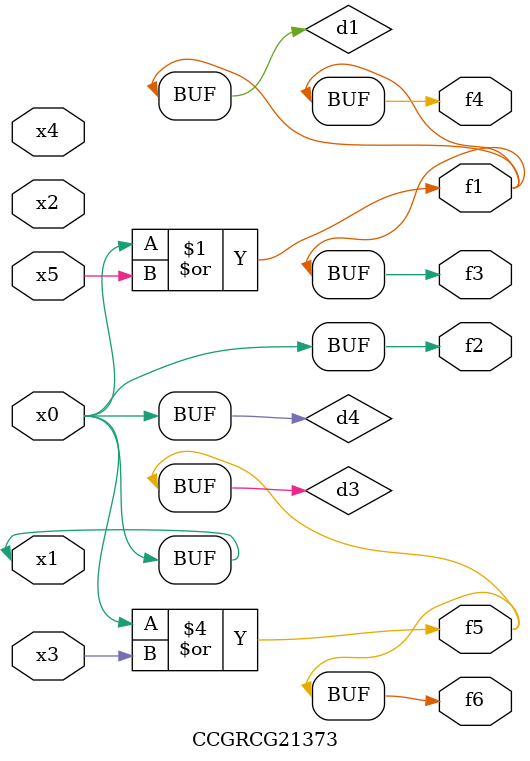
<source format=v>
module CCGRCG21373(
	input x0, x1, x2, x3, x4, x5,
	output f1, f2, f3, f4, f5, f6
);

	wire d1, d2, d3, d4;

	or (d1, x0, x5);
	xnor (d2, x1, x4);
	or (d3, x0, x3);
	buf (d4, x0, x1);
	assign f1 = d1;
	assign f2 = d4;
	assign f3 = d1;
	assign f4 = d1;
	assign f5 = d3;
	assign f6 = d3;
endmodule

</source>
